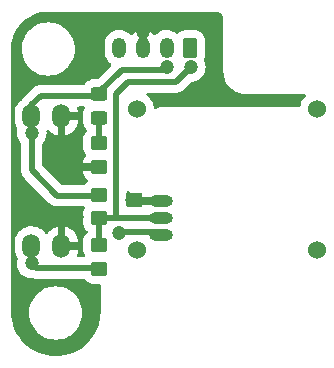
<source format=gbr>
G04 #@! TF.GenerationSoftware,KiCad,Pcbnew,5.99.0-unknown-bf85ddd577~142~ubuntu20.04.1*
G04 #@! TF.CreationDate,2021-11-07T09:16:22-05:00*
G04 #@! TF.ProjectId,microTouch,6d696372-6f54-46f7-9563-682e6b696361,rev?*
G04 #@! TF.SameCoordinates,Original*
G04 #@! TF.FileFunction,Copper,L1,Top*
G04 #@! TF.FilePolarity,Positive*
%FSLAX46Y46*%
G04 Gerber Fmt 4.6, Leading zero omitted, Abs format (unit mm)*
G04 Created by KiCad (PCBNEW 5.99.0-unknown-bf85ddd577~142~ubuntu20.04.1) date 2021-11-07 09:16:22*
%MOMM*%
%LPD*%
G01*
G04 APERTURE LIST*
G04 Aperture macros list*
%AMRoundRect*
0 Rectangle with rounded corners*
0 $1 Rounding radius*
0 $2 $3 $4 $5 $6 $7 $8 $9 X,Y pos of 4 corners*
0 Add a 4 corners polygon primitive as box body*
4,1,4,$2,$3,$4,$5,$6,$7,$8,$9,$2,$3,0*
0 Add four circle primitives for the rounded corners*
1,1,$1+$1,$2,$3*
1,1,$1+$1,$4,$5*
1,1,$1+$1,$6,$7*
1,1,$1+$1,$8,$9*
0 Add four rect primitives between the rounded corners*
20,1,$1+$1,$2,$3,$4,$5,0*
20,1,$1+$1,$4,$5,$6,$7,0*
20,1,$1+$1,$6,$7,$8,$9,0*
20,1,$1+$1,$8,$9,$2,$3,0*%
G04 Aperture macros list end*
G04 #@! TA.AperFunction,SMDPad,CuDef*
%ADD10RoundRect,0.250000X-0.450000X0.350000X-0.450000X-0.350000X0.450000X-0.350000X0.450000X0.350000X0*%
G04 #@! TD*
G04 #@! TA.AperFunction,SMDPad,CuDef*
%ADD11RoundRect,0.250000X0.450000X-0.325000X0.450000X0.325000X-0.450000X0.325000X-0.450000X-0.325000X0*%
G04 #@! TD*
G04 #@! TA.AperFunction,WasherPad*
%ADD12C,1.524000*%
G04 #@! TD*
G04 #@! TA.AperFunction,ComponentPad*
%ADD13O,2.000000X1.000000*%
G04 #@! TD*
G04 #@! TA.AperFunction,ComponentPad*
%ADD14RoundRect,0.250000X0.350000X0.625000X-0.350000X0.625000X-0.350000X-0.625000X0.350000X-0.625000X0*%
G04 #@! TD*
G04 #@! TA.AperFunction,ComponentPad*
%ADD15O,1.200000X1.750000*%
G04 #@! TD*
G04 #@! TA.AperFunction,ComponentPad*
%ADD16O,1.524000X2.000000*%
G04 #@! TD*
G04 #@! TA.AperFunction,ViaPad*
%ADD17C,1.200000*%
G04 #@! TD*
G04 #@! TA.AperFunction,Conductor*
%ADD18C,0.500000*%
G04 #@! TD*
G04 APERTURE END LIST*
D10*
G04 #@! TO.P,R3,1*
G04 #@! TO.N,Net-(D1-Pad1)*
X106553000Y-98163500D03*
G04 #@! TO.P,R3,2*
G04 #@! TO.N,GND*
X106553000Y-100163500D03*
G04 #@! TD*
G04 #@! TO.P,R2,1*
G04 #@! TO.N,/SIG*
X106553000Y-102505000D03*
G04 #@! TO.P,R2,2*
G04 #@! TO.N,/VCC*
X106553000Y-104505000D03*
G04 #@! TD*
G04 #@! TO.P,R1,1*
G04 #@! TO.N,/VCC*
X106553000Y-106799500D03*
G04 #@! TO.P,R1,2*
G04 #@! TO.N,Net-(R1-Pad2)*
X106553000Y-108799500D03*
G04 #@! TD*
D11*
G04 #@! TO.P,D1,1,K*
G04 #@! TO.N,Net-(D1-Pad1)*
X106553000Y-96021000D03*
G04 #@! TO.P,D1,2,A*
G04 #@! TO.N,/SIG*
X106553000Y-93971000D03*
G04 #@! TD*
D12*
G04 #@! TO.P,J1,*
G04 #@! TO.N,*
X109749000Y-107219000D03*
X124989000Y-107219000D03*
X124989000Y-95219000D03*
X109749000Y-95219000D03*
D13*
G04 #@! TO.P,J1,1,Pin_1*
G04 #@! TO.N,/SERVO*
X111749000Y-105919000D03*
G04 #@! TO.P,J1,2,Pin_2*
G04 #@! TO.N,/VCC*
X111749000Y-104469000D03*
G04 #@! TO.P,J1,3,Pin_3*
G04 #@! TO.N,GND*
X111749000Y-103019000D03*
G04 #@! TD*
D14*
G04 #@! TO.P,J2,1,Pin_1*
G04 #@! TO.N,/VCC*
X114252000Y-90085000D03*
D15*
G04 #@! TO.P,J2,2,Pin_2*
G04 #@! TO.N,/SIG*
X112252000Y-90085000D03*
G04 #@! TO.P,J2,3,Pin_3*
G04 #@! TO.N,GND*
X110252000Y-90085000D03*
G04 #@! TO.P,J2,4,Pin_4*
G04 #@! TO.N,/SERVO*
X108252000Y-90085000D03*
G04 #@! TD*
D16*
G04 #@! TO.P,U1,4,E*
G04 #@! TO.N,GND*
X103358000Y-95866000D03*
G04 #@! TO.P,U1,3,C*
G04 #@! TO.N,/SIG*
X100818000Y-95866000D03*
G04 #@! TO.P,U1,2,A*
G04 #@! TO.N,Net-(R1-Pad2)*
X100818000Y-106826000D03*
G04 #@! TO.P,U1,1,K*
G04 #@! TO.N,GND*
X103358000Y-106826000D03*
G04 #@! TD*
D17*
G04 #@! TO.N,Net-(R1-Pad2)*
X100838000Y-108331000D03*
G04 #@! TO.N,GND*
X110236000Y-88773000D03*
X104648000Y-104394000D03*
X109347000Y-102997000D03*
X103378000Y-98044000D03*
G04 #@! TO.N,/VCC*
X114300000Y-91694000D03*
G04 #@! TO.N,/SIG*
X112268000Y-91694000D03*
G04 #@! TO.N,/SERVO*
X108204000Y-105791000D03*
G04 #@! TO.N,/SIG*
X100838000Y-97282000D03*
G04 #@! TD*
D18*
G04 #@! TO.N,Net-(R1-Pad2)*
X100838000Y-108331000D02*
X101219000Y-108712000D01*
X101219000Y-108712000D02*
X106553000Y-108712000D01*
G04 #@! TO.N,/SIG*
X100838000Y-97282000D02*
X100838000Y-100457000D01*
X100838000Y-100457000D02*
X102973500Y-102592500D01*
X102973500Y-102592500D02*
X106553000Y-102592500D01*
X100818000Y-96266000D02*
X100818000Y-94889000D01*
X100818000Y-94889000D02*
X101586000Y-94121000D01*
X101586000Y-94121000D02*
X106553000Y-94121000D01*
X108458000Y-91948000D02*
X112014000Y-91948000D01*
X112014000Y-91948000D02*
X112268000Y-91694000D01*
X106553000Y-94121000D02*
X106553000Y-93853000D01*
X106553000Y-93853000D02*
X108458000Y-91948000D01*
G04 #@! TO.N,/SERVO*
X108204000Y-105791000D02*
X108331000Y-105664000D01*
X108331000Y-105664000D02*
X111494000Y-105664000D01*
X111494000Y-105664000D02*
X111749000Y-105919000D01*
G04 #@! TO.N,/VCC*
X114300000Y-91694000D02*
X113030000Y-92964000D01*
X113030000Y-92964000D02*
X108966000Y-92964000D01*
X107950000Y-104394000D02*
X107875000Y-104469000D01*
X108966000Y-92964000D02*
X107950000Y-93980000D01*
X107950000Y-93980000D02*
X107950000Y-104394000D01*
X111749000Y-104469000D02*
X106501500Y-104469000D01*
X106501500Y-104469000D02*
X106553000Y-104520500D01*
X106553000Y-104520500D02*
X106553000Y-106887000D01*
G04 #@! TO.N,Net-(D1-Pad1)*
X106553000Y-98251000D02*
X106553000Y-95871000D01*
G04 #@! TD*
G04 #@! TA.AperFunction,Conductor*
G04 #@! TO.N,GND*
G36*
X116415317Y-87011078D02*
G01*
X116435587Y-87013747D01*
X116435591Y-87013747D01*
X116443118Y-87014738D01*
X116453852Y-87013553D01*
X116481782Y-87013584D01*
X116539815Y-87020123D01*
X116573833Y-87023956D01*
X116601335Y-87030233D01*
X116705587Y-87066712D01*
X116731001Y-87078951D01*
X116815430Y-87132001D01*
X116824519Y-87137712D01*
X116846578Y-87155304D01*
X116924670Y-87233396D01*
X116942262Y-87255455D01*
X117001022Y-87348971D01*
X117013262Y-87374387D01*
X117049740Y-87478635D01*
X117056018Y-87506140D01*
X117065650Y-87591620D01*
X117065493Y-87608004D01*
X117066307Y-87608013D01*
X117066228Y-87615611D01*
X117065236Y-87623142D01*
X117066070Y-87630692D01*
X117069213Y-87659165D01*
X117069974Y-87672992D01*
X117069974Y-92019832D01*
X117068717Y-92037586D01*
X117065344Y-92061286D01*
X117065200Y-92074999D01*
X117065696Y-92079095D01*
X117065696Y-92079099D01*
X117066211Y-92083350D01*
X117066854Y-92090251D01*
X117081693Y-92316657D01*
X117082315Y-92326148D01*
X117083117Y-92330181D01*
X117083118Y-92330187D01*
X117130611Y-92568949D01*
X117131417Y-92572999D01*
X117132744Y-92576908D01*
X117132745Y-92576912D01*
X117177446Y-92708596D01*
X117212319Y-92811329D01*
X117214143Y-92815027D01*
X117310724Y-93010874D01*
X117323637Y-93037060D01*
X117463467Y-93246330D01*
X117629415Y-93435559D01*
X117818644Y-93601507D01*
X118027914Y-93741337D01*
X118031613Y-93743161D01*
X118031618Y-93743164D01*
X118122292Y-93787879D01*
X118253645Y-93852655D01*
X118257550Y-93853980D01*
X118257551Y-93853981D01*
X118488062Y-93932229D01*
X118488066Y-93932230D01*
X118491975Y-93933557D01*
X118496019Y-93934361D01*
X118496025Y-93934363D01*
X118734787Y-93981856D01*
X118734793Y-93981857D01*
X118738826Y-93982659D01*
X118742931Y-93982928D01*
X118742938Y-93982929D01*
X118829573Y-93988607D01*
X118899801Y-93993210D01*
X118901537Y-93993377D01*
X118907860Y-93995000D01*
X118922988Y-93995000D01*
X118931228Y-93995270D01*
X118939022Y-93995781D01*
X118953144Y-93996706D01*
X118962643Y-93997692D01*
X118976262Y-93999630D01*
X118982925Y-93999700D01*
X118985842Y-93999731D01*
X118985848Y-93999731D01*
X118989975Y-93999774D01*
X119021879Y-93995913D01*
X119037018Y-93995000D01*
X123910132Y-93995000D01*
X123978253Y-94015002D01*
X124024746Y-94068658D01*
X124034850Y-94138932D01*
X124001226Y-94208050D01*
X123887519Y-94327038D01*
X123884605Y-94331310D01*
X123884604Y-94331311D01*
X123843884Y-94391005D01*
X123756629Y-94518916D01*
X123658835Y-94729595D01*
X123596764Y-94953417D01*
X123593121Y-94987511D01*
X123592279Y-94995388D01*
X123565152Y-95060998D01*
X123506860Y-95101526D01*
X123466992Y-95108000D01*
X111782715Y-95108000D01*
X111775343Y-95107784D01*
X111766561Y-95107269D01*
X111716053Y-95104309D01*
X111708273Y-95105828D01*
X111708270Y-95105828D01*
X111661034Y-95115050D01*
X111652684Y-95116391D01*
X111604932Y-95122423D01*
X111604929Y-95122424D01*
X111597067Y-95123417D01*
X111589697Y-95126335D01*
X111587361Y-95127260D01*
X111565118Y-95133775D01*
X111562643Y-95134258D01*
X111562642Y-95134258D01*
X111554868Y-95135776D01*
X111547712Y-95139181D01*
X111547709Y-95139182D01*
X111504252Y-95159859D01*
X111496501Y-95163233D01*
X111451744Y-95180954D01*
X111451739Y-95180957D01*
X111444371Y-95183874D01*
X111435924Y-95190012D01*
X111415997Y-95201853D01*
X111406572Y-95206338D01*
X111367203Y-95239193D01*
X111302090Y-95267482D01*
X111232015Y-95256078D01*
X111179230Y-95208598D01*
X111160897Y-95152779D01*
X111151080Y-95033382D01*
X111147309Y-94987511D01*
X111090725Y-94762240D01*
X111088668Y-94757510D01*
X111088666Y-94757503D01*
X111000168Y-94553971D01*
X111000166Y-94553968D01*
X110998108Y-94549234D01*
X110891912Y-94385080D01*
X110874755Y-94358559D01*
X110874753Y-94358556D01*
X110871945Y-94354216D01*
X110843815Y-94323301D01*
X110719102Y-94186244D01*
X110719100Y-94186243D01*
X110715624Y-94182422D01*
X110711573Y-94179223D01*
X110711569Y-94179219D01*
X110597815Y-94089382D01*
X110556752Y-94031465D01*
X110553520Y-93960542D01*
X110589145Y-93899130D01*
X110652317Y-93866728D01*
X110675907Y-93864500D01*
X112949213Y-93864500D01*
X112968923Y-93866051D01*
X112982612Y-93868219D01*
X112989200Y-93867874D01*
X112989204Y-93867874D01*
X113050280Y-93864673D01*
X113056874Y-93864500D01*
X113077192Y-93864500D01*
X113080459Y-93864157D01*
X113080470Y-93864156D01*
X113097400Y-93862376D01*
X113103966Y-93861859D01*
X113133627Y-93860305D01*
X113165052Y-93858659D01*
X113165057Y-93858658D01*
X113171646Y-93858313D01*
X113185037Y-93854725D01*
X113204479Y-93851122D01*
X113211693Y-93850364D01*
X113211695Y-93850364D01*
X113218256Y-93849674D01*
X113224533Y-93847634D01*
X113224535Y-93847634D01*
X113282701Y-93828735D01*
X113289025Y-93826862D01*
X113348109Y-93811030D01*
X113348115Y-93811028D01*
X113354488Y-93809320D01*
X113360367Y-93806324D01*
X113360371Y-93806323D01*
X113366840Y-93803027D01*
X113385097Y-93795464D01*
X113386453Y-93795023D01*
X113398284Y-93791179D01*
X113404000Y-93787879D01*
X113456971Y-93757297D01*
X113462766Y-93754151D01*
X113517266Y-93726381D01*
X113517269Y-93726379D01*
X113523149Y-93723383D01*
X113533920Y-93714661D01*
X113550209Y-93703466D01*
X113562216Y-93696533D01*
X113612580Y-93651185D01*
X113617596Y-93646901D01*
X113630816Y-93636195D01*
X113633380Y-93634119D01*
X113647729Y-93619770D01*
X113652513Y-93615229D01*
X113697985Y-93574286D01*
X113697986Y-93574284D01*
X113702888Y-93569871D01*
X113711041Y-93558649D01*
X113723878Y-93543621D01*
X114287540Y-92979959D01*
X114349852Y-92945933D01*
X114365651Y-92943533D01*
X114517977Y-92930207D01*
X114691842Y-92883620D01*
X114724020Y-92874998D01*
X114724022Y-92874997D01*
X114729330Y-92873575D01*
X114734312Y-92871252D01*
X114922652Y-92783428D01*
X114922657Y-92783425D01*
X114927639Y-92781102D01*
X114967513Y-92753182D01*
X115102366Y-92658757D01*
X115102369Y-92658755D01*
X115106877Y-92655598D01*
X115261598Y-92500877D01*
X115387102Y-92321638D01*
X115479575Y-92123330D01*
X115489367Y-92086788D01*
X115507307Y-92019832D01*
X115536207Y-91911977D01*
X115555277Y-91694000D01*
X115536207Y-91476023D01*
X115479575Y-91264670D01*
X115434089Y-91167125D01*
X115423428Y-91096933D01*
X115436017Y-91056673D01*
X115444322Y-91040372D01*
X115447320Y-91034488D01*
X115449028Y-91028114D01*
X115494818Y-90857223D01*
X115494819Y-90857217D01*
X115496312Y-90851645D01*
X115500562Y-90797651D01*
X115502307Y-90775477D01*
X115502307Y-90775470D01*
X115502500Y-90773021D01*
X115502499Y-89396980D01*
X115496312Y-89318355D01*
X115447320Y-89135512D01*
X115401732Y-89046040D01*
X115364380Y-88972732D01*
X115364378Y-88972729D01*
X115361383Y-88966851D01*
X115357230Y-88961722D01*
X115357227Y-88961718D01*
X115246412Y-88824874D01*
X115242257Y-88819743D01*
X115153357Y-88747753D01*
X115100282Y-88704773D01*
X115100278Y-88704770D01*
X115095149Y-88700617D01*
X115089271Y-88697622D01*
X115089268Y-88697620D01*
X115012334Y-88658420D01*
X114926488Y-88614680D01*
X114920114Y-88612972D01*
X114749223Y-88567182D01*
X114749217Y-88567181D01*
X114743645Y-88565688D01*
X114733747Y-88564909D01*
X114667477Y-88559693D01*
X114667470Y-88559693D01*
X114665021Y-88559500D01*
X114252168Y-88559500D01*
X113838980Y-88559501D01*
X113790057Y-88563351D01*
X113766109Y-88565235D01*
X113766107Y-88565235D01*
X113760355Y-88565688D01*
X113702429Y-88581209D01*
X113604850Y-88607355D01*
X113577512Y-88614680D01*
X113491666Y-88658420D01*
X113414732Y-88697620D01*
X113414729Y-88697622D01*
X113408851Y-88700617D01*
X113403722Y-88704770D01*
X113403718Y-88704773D01*
X113350643Y-88747753D01*
X113261743Y-88819743D01*
X113252527Y-88831124D01*
X113245290Y-88840061D01*
X113186876Y-88880412D01*
X113115918Y-88882776D01*
X113059685Y-88851247D01*
X113046180Y-88838159D01*
X113046172Y-88838153D01*
X113042146Y-88834251D01*
X112856868Y-88709750D01*
X112836063Y-88700617D01*
X112715102Y-88647519D01*
X112652471Y-88620026D01*
X112647023Y-88618718D01*
X112647017Y-88618716D01*
X112440872Y-88569225D01*
X112440871Y-88569225D01*
X112435415Y-88567915D01*
X112351197Y-88563059D01*
X112218169Y-88555389D01*
X112218166Y-88555389D01*
X112212562Y-88555066D01*
X111990956Y-88581883D01*
X111777600Y-88647519D01*
X111579241Y-88749901D01*
X111574799Y-88753310D01*
X111574795Y-88753312D01*
X111411213Y-88878833D01*
X111402146Y-88885790D01*
X111398376Y-88889933D01*
X111398371Y-88889938D01*
X111345545Y-88947993D01*
X111284905Y-88984916D01*
X111213929Y-88983193D01*
X111164666Y-88953678D01*
X111045858Y-88838544D01*
X111037176Y-88831514D01*
X110861279Y-88713316D01*
X110851490Y-88707935D01*
X110657447Y-88622755D01*
X110646859Y-88619192D01*
X110594617Y-88606650D01*
X110580531Y-88607355D01*
X110577000Y-88616235D01*
X110577000Y-90284000D01*
X110556998Y-90352121D01*
X110503342Y-90398614D01*
X110451000Y-90410000D01*
X110053000Y-90410000D01*
X109984879Y-90389998D01*
X109938386Y-90336342D01*
X109927000Y-90284000D01*
X109927000Y-88620196D01*
X109923027Y-88606665D01*
X109915579Y-88605594D01*
X109783152Y-88646335D01*
X109772807Y-88650556D01*
X109584493Y-88747753D01*
X109575062Y-88753738D01*
X109406929Y-88882750D01*
X109398712Y-88890306D01*
X109346240Y-88947972D01*
X109285600Y-88984894D01*
X109214624Y-88983171D01*
X109165362Y-88953656D01*
X109046174Y-88838154D01*
X109046171Y-88838152D01*
X109042146Y-88834251D01*
X108856868Y-88709750D01*
X108836063Y-88700617D01*
X108715102Y-88647519D01*
X108652471Y-88620026D01*
X108647023Y-88618718D01*
X108647017Y-88618716D01*
X108440872Y-88569225D01*
X108440871Y-88569225D01*
X108435415Y-88567915D01*
X108351197Y-88563059D01*
X108218169Y-88555389D01*
X108218166Y-88555389D01*
X108212562Y-88555066D01*
X107990956Y-88581883D01*
X107777600Y-88647519D01*
X107579241Y-88749901D01*
X107574799Y-88753310D01*
X107574795Y-88753312D01*
X107411213Y-88878833D01*
X107402146Y-88885790D01*
X107251914Y-89050893D01*
X107133293Y-89239990D01*
X107050034Y-89447105D01*
X107048897Y-89452593D01*
X107048896Y-89452598D01*
X107020926Y-89587661D01*
X107004767Y-89665690D01*
X107001500Y-89722349D01*
X107001500Y-90416630D01*
X107001749Y-90419417D01*
X107001749Y-90419423D01*
X107006122Y-90468423D01*
X107016289Y-90582339D01*
X107075192Y-90797651D01*
X107171292Y-90999129D01*
X107301552Y-91180405D01*
X107461854Y-91335749D01*
X107466505Y-91338874D01*
X107466512Y-91338880D01*
X107535061Y-91384942D01*
X107580447Y-91439538D01*
X107589111Y-91510004D01*
X107553881Y-91578619D01*
X106423905Y-92708596D01*
X106361593Y-92742621D01*
X106334810Y-92745501D01*
X106039980Y-92745501D01*
X105991057Y-92749351D01*
X105967109Y-92751235D01*
X105967107Y-92751235D01*
X105961355Y-92751688D01*
X105778512Y-92800680D01*
X105692666Y-92844420D01*
X105615732Y-92883620D01*
X105615729Y-92883622D01*
X105609851Y-92886617D01*
X105604722Y-92890770D01*
X105604718Y-92890773D01*
X105470427Y-92999521D01*
X105462743Y-93005743D01*
X105343617Y-93152851D01*
X105340620Y-93158733D01*
X105337767Y-93163126D01*
X105283890Y-93209362D01*
X105232096Y-93220500D01*
X101666787Y-93220500D01*
X101647076Y-93218949D01*
X101639904Y-93217813D01*
X101633388Y-93216781D01*
X101626800Y-93217126D01*
X101626796Y-93217126D01*
X101565720Y-93220327D01*
X101559126Y-93220500D01*
X101538808Y-93220500D01*
X101535541Y-93220843D01*
X101535530Y-93220844D01*
X101518600Y-93222624D01*
X101512034Y-93223141D01*
X101482373Y-93224695D01*
X101450948Y-93226341D01*
X101450943Y-93226342D01*
X101444354Y-93226687D01*
X101430963Y-93230275D01*
X101411521Y-93233878D01*
X101404307Y-93234636D01*
X101404305Y-93234636D01*
X101397744Y-93235326D01*
X101391467Y-93237366D01*
X101391465Y-93237366D01*
X101333299Y-93256265D01*
X101326975Y-93258138D01*
X101267891Y-93273970D01*
X101267885Y-93273972D01*
X101261512Y-93275680D01*
X101255633Y-93278676D01*
X101255629Y-93278677D01*
X101249160Y-93281973D01*
X101230903Y-93289536D01*
X101217716Y-93293821D01*
X101212001Y-93297121D01*
X101212000Y-93297121D01*
X101159029Y-93327703D01*
X101153234Y-93330849D01*
X101098734Y-93358619D01*
X101098731Y-93358621D01*
X101092851Y-93361617D01*
X101087722Y-93365771D01*
X101087721Y-93365771D01*
X101082080Y-93370339D01*
X101065791Y-93381534D01*
X101053784Y-93388467D01*
X101048874Y-93392888D01*
X101003420Y-93433815D01*
X100998404Y-93438099D01*
X100998187Y-93438275D01*
X100982620Y-93450881D01*
X100968271Y-93465230D01*
X100963487Y-93469771D01*
X100913112Y-93515129D01*
X100904959Y-93526351D01*
X100892122Y-93541379D01*
X100238379Y-94195122D01*
X100223351Y-94207959D01*
X100212129Y-94216112D01*
X100207716Y-94221014D01*
X100207714Y-94221015D01*
X100166771Y-94266487D01*
X100162230Y-94271271D01*
X100147881Y-94285620D01*
X100145805Y-94288184D01*
X100135099Y-94301404D01*
X100130815Y-94306420D01*
X100108403Y-94331311D01*
X100085467Y-94356784D01*
X100078534Y-94368791D01*
X100067339Y-94385080D01*
X100058617Y-94395851D01*
X100055623Y-94401726D01*
X100055619Y-94401733D01*
X100044865Y-94422840D01*
X99997964Y-94473356D01*
X99989078Y-94478749D01*
X99982751Y-94482588D01*
X99978723Y-94486083D01*
X99978722Y-94486084D01*
X99900490Y-94553971D01*
X99801703Y-94639694D01*
X99798320Y-94643820D01*
X99798316Y-94643824D01*
X99653097Y-94820931D01*
X99653093Y-94820937D01*
X99649713Y-94825059D01*
X99531128Y-95033382D01*
X99449339Y-95258707D01*
X99448390Y-95263956D01*
X99448389Y-95263959D01*
X99442339Y-95297416D01*
X99406684Y-95494591D01*
X99406489Y-95498730D01*
X99406488Y-95498737D01*
X99405570Y-95518210D01*
X99405500Y-95519699D01*
X99405500Y-96164187D01*
X99405725Y-96166836D01*
X99419790Y-96332596D01*
X99420660Y-96342852D01*
X99421998Y-96348007D01*
X99421999Y-96348013D01*
X99479539Y-96569705D01*
X99480881Y-96574874D01*
X99483073Y-96579740D01*
X99483074Y-96579743D01*
X99523952Y-96670488D01*
X99579334Y-96793432D01*
X99582318Y-96797865D01*
X99582319Y-96797866D01*
X99615231Y-96846752D01*
X99636682Y-96914431D01*
X99632418Y-96949728D01*
X99601793Y-97064023D01*
X99582723Y-97282000D01*
X99601793Y-97499977D01*
X99658425Y-97711330D01*
X99660747Y-97716310D01*
X99660748Y-97716312D01*
X99676681Y-97750479D01*
X99750898Y-97909638D01*
X99876402Y-98088877D01*
X99900595Y-98113070D01*
X99934621Y-98175382D01*
X99937500Y-98202165D01*
X99937500Y-100376213D01*
X99935949Y-100395923D01*
X99933781Y-100409612D01*
X99934126Y-100416200D01*
X99934126Y-100416204D01*
X99937327Y-100477280D01*
X99937500Y-100483874D01*
X99937500Y-100504192D01*
X99937843Y-100507459D01*
X99937844Y-100507470D01*
X99939624Y-100524400D01*
X99940141Y-100530966D01*
X99943687Y-100598646D01*
X99947274Y-100612031D01*
X99950878Y-100631479D01*
X99952326Y-100645256D01*
X99954366Y-100651533D01*
X99954366Y-100651535D01*
X99973265Y-100709701D01*
X99975138Y-100716025D01*
X99990970Y-100775109D01*
X99990972Y-100775115D01*
X99992680Y-100781488D01*
X99995676Y-100787367D01*
X99995677Y-100787371D01*
X99998973Y-100793840D01*
X100006536Y-100812097D01*
X100010821Y-100825284D01*
X100014121Y-100830999D01*
X100014121Y-100831000D01*
X100044703Y-100883971D01*
X100047849Y-100889766D01*
X100075619Y-100944266D01*
X100078617Y-100950149D01*
X100082771Y-100955278D01*
X100082771Y-100955279D01*
X100087339Y-100960920D01*
X100098534Y-100977209D01*
X100105467Y-100989216D01*
X100109888Y-100994126D01*
X100150815Y-101039580D01*
X100155099Y-101044596D01*
X100167881Y-101060380D01*
X100182230Y-101074729D01*
X100186771Y-101079513D01*
X100221283Y-101117842D01*
X100232129Y-101129888D01*
X100243351Y-101138041D01*
X100258379Y-101150878D01*
X102279622Y-103172121D01*
X102292459Y-103187149D01*
X102300612Y-103198371D01*
X102305514Y-103202784D01*
X102305515Y-103202786D01*
X102350987Y-103243729D01*
X102355771Y-103248270D01*
X102370120Y-103262619D01*
X102372684Y-103264695D01*
X102385904Y-103275401D01*
X102390920Y-103279685D01*
X102441284Y-103325033D01*
X102453291Y-103331966D01*
X102469580Y-103343161D01*
X102480351Y-103351883D01*
X102486231Y-103354879D01*
X102486234Y-103354881D01*
X102540734Y-103382651D01*
X102546529Y-103385797D01*
X102569206Y-103398889D01*
X102605216Y-103419679D01*
X102617047Y-103423523D01*
X102618403Y-103423964D01*
X102636660Y-103431527D01*
X102643129Y-103434823D01*
X102643133Y-103434824D01*
X102649012Y-103437820D01*
X102655385Y-103439528D01*
X102655391Y-103439530D01*
X102714475Y-103455362D01*
X102720799Y-103457235D01*
X102778965Y-103476134D01*
X102778967Y-103476134D01*
X102785244Y-103478174D01*
X102791805Y-103478864D01*
X102791807Y-103478864D01*
X102799021Y-103479622D01*
X102818463Y-103483225D01*
X102831854Y-103486813D01*
X102838443Y-103487158D01*
X102838448Y-103487159D01*
X102869873Y-103488805D01*
X102899534Y-103490359D01*
X102906100Y-103490876D01*
X102923030Y-103492656D01*
X102923041Y-103492657D01*
X102926308Y-103493000D01*
X102946626Y-103493000D01*
X102953220Y-103493173D01*
X103014296Y-103496374D01*
X103014300Y-103496374D01*
X103020888Y-103496719D01*
X103034577Y-103494551D01*
X103054287Y-103493000D01*
X105224037Y-103493000D01*
X105292158Y-103513002D01*
X105338651Y-103566658D01*
X105348755Y-103636932D01*
X105336304Y-103676203D01*
X105257680Y-103830512D01*
X105255972Y-103836885D01*
X105255972Y-103836886D01*
X105210182Y-104007777D01*
X105210181Y-104007783D01*
X105208688Y-104013355D01*
X105202500Y-104091979D01*
X105202501Y-104918020D01*
X105208688Y-104996645D01*
X105257680Y-105179488D01*
X105279476Y-105222265D01*
X105330015Y-105321453D01*
X105343617Y-105348149D01*
X105347770Y-105353278D01*
X105347773Y-105353282D01*
X105374915Y-105386799D01*
X105462743Y-105495257D01*
X105467874Y-105499412D01*
X105535692Y-105554330D01*
X105576044Y-105612744D01*
X105578410Y-105683701D01*
X105542037Y-105744673D01*
X105535693Y-105750169D01*
X105462743Y-105809243D01*
X105458588Y-105814374D01*
X105347773Y-105951218D01*
X105347770Y-105951222D01*
X105343617Y-105956351D01*
X105340622Y-105962229D01*
X105340620Y-105962232D01*
X105301420Y-106039166D01*
X105257680Y-106125012D01*
X105255972Y-106131385D01*
X105255972Y-106131386D01*
X105210182Y-106302277D01*
X105210181Y-106302283D01*
X105208688Y-106307855D01*
X105208235Y-106313611D01*
X105205838Y-106344072D01*
X105202500Y-106386479D01*
X105202501Y-107212520D01*
X105208688Y-107291145D01*
X105257680Y-107473988D01*
X105260676Y-107479868D01*
X105336304Y-107628297D01*
X105349408Y-107698074D01*
X105322708Y-107763859D01*
X105264680Y-107804765D01*
X105224037Y-107811500D01*
X104768626Y-107811500D01*
X104700505Y-107791498D01*
X104654012Y-107737842D01*
X104643908Y-107667568D01*
X104650187Y-107642509D01*
X104724355Y-107438178D01*
X104727126Y-107427910D01*
X104768077Y-107201445D01*
X104769012Y-107193215D01*
X104769930Y-107173742D01*
X104770000Y-107170767D01*
X104770000Y-107169115D01*
X104765525Y-107153876D01*
X104764135Y-107152671D01*
X104756452Y-107151000D01*
X103159000Y-107151000D01*
X103090879Y-107130998D01*
X103044386Y-107077342D01*
X103033000Y-107025000D01*
X103033000Y-106482885D01*
X103683000Y-106482885D01*
X103687475Y-106498124D01*
X103688865Y-106499329D01*
X103696548Y-106501000D01*
X104749608Y-106501000D01*
X104764286Y-106496690D01*
X104766349Y-106484807D01*
X104755296Y-106354544D01*
X104753506Y-106344072D01*
X104695988Y-106122464D01*
X104692452Y-106112424D01*
X104598417Y-105903673D01*
X104593248Y-105894387D01*
X104465384Y-105704464D01*
X104458723Y-105696178D01*
X104300681Y-105530508D01*
X104292724Y-105523468D01*
X104109034Y-105386799D01*
X104099997Y-105381195D01*
X103895905Y-105277430D01*
X103886054Y-105273430D01*
X103700300Y-105215752D01*
X103686201Y-105215534D01*
X103683000Y-105222265D01*
X103683000Y-106482885D01*
X103033000Y-106482885D01*
X103033000Y-105231528D01*
X103029027Y-105217997D01*
X103018420Y-105216472D01*
X102955997Y-105229570D01*
X102945818Y-105232625D01*
X102732875Y-105316719D01*
X102723339Y-105321453D01*
X102527611Y-105440223D01*
X102519013Y-105446494D01*
X102346100Y-105596540D01*
X102338674Y-105604175D01*
X102193516Y-105781209D01*
X102189389Y-105787215D01*
X102134321Y-105832027D01*
X102063769Y-105839954D01*
X102000130Y-105808478D01*
X101981027Y-105786217D01*
X101962138Y-105758160D01*
X101922795Y-105699722D01*
X101913633Y-105690117D01*
X101761017Y-105530135D01*
X101757335Y-105526275D01*
X101649554Y-105446084D01*
X101569296Y-105386370D01*
X101569293Y-105386368D01*
X101565016Y-105383186D01*
X101433409Y-105316274D01*
X101356094Y-105276965D01*
X101356093Y-105276965D01*
X101351338Y-105274547D01*
X101122410Y-105203463D01*
X101117123Y-105202762D01*
X101117122Y-105202762D01*
X100890062Y-105172667D01*
X100890058Y-105172667D01*
X100884778Y-105171967D01*
X100879449Y-105172167D01*
X100879447Y-105172167D01*
X100765008Y-105176463D01*
X100645237Y-105180960D01*
X100410636Y-105230184D01*
X100405680Y-105232141D01*
X100405674Y-105232143D01*
X100246009Y-105295199D01*
X100187682Y-105318233D01*
X100138382Y-105348149D01*
X99987312Y-105439820D01*
X99987309Y-105439822D01*
X99982751Y-105442588D01*
X99978723Y-105446083D01*
X99978722Y-105446084D01*
X99817574Y-105585922D01*
X99801703Y-105599694D01*
X99798320Y-105603820D01*
X99798316Y-105603824D01*
X99653097Y-105780931D01*
X99653093Y-105780937D01*
X99649713Y-105785059D01*
X99647074Y-105789695D01*
X99647072Y-105789698D01*
X99582194Y-105903673D01*
X99531128Y-105993382D01*
X99449339Y-106218707D01*
X99406684Y-106454591D01*
X99405500Y-106479699D01*
X99405500Y-107124187D01*
X99405725Y-107126836D01*
X99420140Y-107296720D01*
X99420660Y-107302852D01*
X99421998Y-107308007D01*
X99421999Y-107308013D01*
X99475812Y-107515345D01*
X99480881Y-107534874D01*
X99483073Y-107539740D01*
X99483074Y-107539743D01*
X99503123Y-107584249D01*
X99579334Y-107753432D01*
X99616908Y-107809243D01*
X99632289Y-107832089D01*
X99653740Y-107899767D01*
X99649476Y-107935067D01*
X99601793Y-108113023D01*
X99582723Y-108331000D01*
X99601793Y-108548977D01*
X99658425Y-108760330D01*
X99750898Y-108958638D01*
X99876402Y-109137877D01*
X100031123Y-109292598D01*
X100035631Y-109295755D01*
X100035634Y-109295757D01*
X100205852Y-109414945D01*
X100210361Y-109418102D01*
X100215343Y-109420425D01*
X100215348Y-109420428D01*
X100403688Y-109508252D01*
X100408670Y-109510575D01*
X100413978Y-109511997D01*
X100413980Y-109511998D01*
X100479745Y-109529620D01*
X100620023Y-109567207D01*
X100838000Y-109586277D01*
X100936685Y-109577643D01*
X100986600Y-109583331D01*
X101030744Y-109597674D01*
X101044087Y-109599076D01*
X101044533Y-109599123D01*
X101063971Y-109602726D01*
X101065540Y-109603146D01*
X101077354Y-109606312D01*
X101083954Y-109606658D01*
X101083955Y-109606658D01*
X101145011Y-109609858D01*
X101151585Y-109610375D01*
X101168534Y-109612156D01*
X101168536Y-109612156D01*
X101171808Y-109612500D01*
X101192133Y-109612500D01*
X101198727Y-109612673D01*
X101259796Y-109615874D01*
X101259801Y-109615874D01*
X101266388Y-109616219D01*
X101280077Y-109614051D01*
X101299787Y-109612500D01*
X105259105Y-109612500D01*
X105327226Y-109632502D01*
X105357024Y-109659205D01*
X105462743Y-109789757D01*
X105467874Y-109793912D01*
X105604718Y-109904727D01*
X105604722Y-109904730D01*
X105609851Y-109908883D01*
X105615729Y-109911878D01*
X105615732Y-109911880D01*
X105654041Y-109931399D01*
X105778512Y-109994820D01*
X105784885Y-109996528D01*
X105784886Y-109996528D01*
X105955777Y-110042318D01*
X105955783Y-110042319D01*
X105961355Y-110043812D01*
X105967111Y-110044265D01*
X106037523Y-110049807D01*
X106037530Y-110049807D01*
X106039979Y-110050000D01*
X106050661Y-110050000D01*
X106561376Y-110049999D01*
X106629496Y-110070001D01*
X106675989Y-110123656D01*
X106684954Y-110200580D01*
X106677341Y-110238852D01*
X106677072Y-110242963D01*
X106677071Y-110242967D01*
X106666791Y-110399814D01*
X106666623Y-110401563D01*
X106665000Y-110407886D01*
X106665000Y-110423014D01*
X106664730Y-110431254D01*
X106663294Y-110453166D01*
X106662308Y-110462669D01*
X106660370Y-110476288D01*
X106660226Y-110490001D01*
X106660723Y-110494107D01*
X106664087Y-110521906D01*
X106665000Y-110537044D01*
X106665000Y-112343896D01*
X106663922Y-112360342D01*
X106660262Y-112388143D01*
X106661096Y-112395696D01*
X106662672Y-112409978D01*
X106663281Y-112429984D01*
X106647030Y-112760792D01*
X106645819Y-112773093D01*
X106597079Y-113101672D01*
X106592989Y-113129243D01*
X106590580Y-113141358D01*
X106528606Y-113388772D01*
X106503094Y-113490622D01*
X106499505Y-113502454D01*
X106378208Y-113841456D01*
X106373476Y-113852880D01*
X106219537Y-114178356D01*
X106213708Y-114189261D01*
X106028607Y-114498083D01*
X106021737Y-114508364D01*
X105807267Y-114797545D01*
X105799423Y-114807104D01*
X105557627Y-115073884D01*
X105548889Y-115082622D01*
X105286812Y-115320156D01*
X105282104Y-115324423D01*
X105272545Y-115332267D01*
X104983364Y-115546737D01*
X104973083Y-115553607D01*
X104664261Y-115738708D01*
X104653356Y-115744537D01*
X104327880Y-115898476D01*
X104316456Y-115903208D01*
X103977454Y-116024505D01*
X103965624Y-116028094D01*
X103616358Y-116115580D01*
X103604252Y-116117987D01*
X103248093Y-116170819D01*
X103235797Y-116172030D01*
X103072190Y-116180067D01*
X102876182Y-116189696D01*
X102863818Y-116189696D01*
X102667810Y-116180067D01*
X102504203Y-116172030D01*
X102491907Y-116170819D01*
X102135748Y-116117987D01*
X102123642Y-116115580D01*
X101774376Y-116028094D01*
X101762546Y-116024505D01*
X101423544Y-115903208D01*
X101412120Y-115898476D01*
X101086644Y-115744537D01*
X101075739Y-115738708D01*
X100766917Y-115553607D01*
X100756636Y-115546737D01*
X100467455Y-115332267D01*
X100457896Y-115324423D01*
X100453188Y-115320156D01*
X100191111Y-115082622D01*
X100182373Y-115073884D01*
X99940577Y-114807104D01*
X99932733Y-114797545D01*
X99718263Y-114508364D01*
X99711393Y-114498083D01*
X99526292Y-114189261D01*
X99520463Y-114178356D01*
X99366524Y-113852880D01*
X99361792Y-113841456D01*
X99240495Y-113502454D01*
X99236906Y-113490622D01*
X99211394Y-113388772D01*
X99149420Y-113141358D01*
X99147011Y-113129243D01*
X99142922Y-113101672D01*
X99094181Y-112773093D01*
X99092970Y-112760792D01*
X99081239Y-112522000D01*
X100614671Y-112522000D01*
X100614941Y-112526119D01*
X100630323Y-112760792D01*
X100633966Y-112816380D01*
X100691519Y-113105722D01*
X100692845Y-113109628D01*
X100692846Y-113109632D01*
X100703620Y-113141371D01*
X100786348Y-113385077D01*
X100916828Y-113649664D01*
X101080727Y-113894957D01*
X101083441Y-113898051D01*
X101083445Y-113898057D01*
X101272533Y-114113669D01*
X101275242Y-114116758D01*
X101278331Y-114119467D01*
X101493943Y-114308555D01*
X101493949Y-114308559D01*
X101497043Y-114311273D01*
X101500469Y-114313562D01*
X101500474Y-114313566D01*
X101684539Y-114436554D01*
X101742335Y-114475172D01*
X101746034Y-114476996D01*
X101746039Y-114476999D01*
X102003228Y-114603830D01*
X102006923Y-114605652D01*
X102010821Y-114606975D01*
X102010823Y-114606976D01*
X102282368Y-114699154D01*
X102282372Y-114699155D01*
X102286278Y-114700481D01*
X102290322Y-114701285D01*
X102290328Y-114701287D01*
X102571577Y-114757230D01*
X102571580Y-114757230D01*
X102575620Y-114758034D01*
X102579731Y-114758303D01*
X102579735Y-114758304D01*
X102865881Y-114777059D01*
X102870000Y-114777329D01*
X102874119Y-114777059D01*
X103160265Y-114758304D01*
X103160269Y-114758303D01*
X103164380Y-114758034D01*
X103168420Y-114757230D01*
X103168423Y-114757230D01*
X103449672Y-114701287D01*
X103449678Y-114701285D01*
X103453722Y-114700481D01*
X103457628Y-114699155D01*
X103457632Y-114699154D01*
X103729177Y-114606976D01*
X103729179Y-114606975D01*
X103733077Y-114605652D01*
X103736772Y-114603830D01*
X103993961Y-114476999D01*
X103993966Y-114476996D01*
X103997665Y-114475172D01*
X104055461Y-114436554D01*
X104239526Y-114313566D01*
X104239531Y-114313562D01*
X104242957Y-114311273D01*
X104246051Y-114308559D01*
X104246057Y-114308555D01*
X104461669Y-114119467D01*
X104464758Y-114116758D01*
X104467467Y-114113669D01*
X104656555Y-113898057D01*
X104656559Y-113898051D01*
X104659273Y-113894957D01*
X104823172Y-113649664D01*
X104953652Y-113385077D01*
X105036380Y-113141371D01*
X105047154Y-113109632D01*
X105047155Y-113109628D01*
X105048481Y-113105722D01*
X105106034Y-112816380D01*
X105109678Y-112760792D01*
X105125059Y-112526119D01*
X105125329Y-112522000D01*
X105117163Y-112397413D01*
X105106304Y-112231735D01*
X105106303Y-112231731D01*
X105106034Y-112227620D01*
X105048481Y-111938278D01*
X104953652Y-111658923D01*
X104823172Y-111394336D01*
X104659273Y-111149043D01*
X104656559Y-111145949D01*
X104656555Y-111145943D01*
X104467467Y-110930331D01*
X104464758Y-110927242D01*
X104461669Y-110924533D01*
X104246057Y-110735445D01*
X104246051Y-110735441D01*
X104242957Y-110732727D01*
X104239527Y-110730435D01*
X104239526Y-110730434D01*
X104001098Y-110571122D01*
X103997665Y-110568828D01*
X103993966Y-110567004D01*
X103993961Y-110567001D01*
X103736772Y-110440170D01*
X103736770Y-110440169D01*
X103733077Y-110438348D01*
X103623903Y-110401288D01*
X103457632Y-110344846D01*
X103457628Y-110344845D01*
X103453722Y-110343519D01*
X103449678Y-110342715D01*
X103449672Y-110342713D01*
X103168423Y-110286770D01*
X103168420Y-110286770D01*
X103164380Y-110285966D01*
X103160269Y-110285697D01*
X103160265Y-110285696D01*
X102874119Y-110266941D01*
X102870000Y-110266671D01*
X102865881Y-110266941D01*
X102579735Y-110285696D01*
X102579731Y-110285697D01*
X102575620Y-110285966D01*
X102571580Y-110286770D01*
X102571577Y-110286770D01*
X102290328Y-110342713D01*
X102290322Y-110342715D01*
X102286278Y-110343519D01*
X102282372Y-110344845D01*
X102282368Y-110344846D01*
X102116097Y-110401288D01*
X102006923Y-110438348D01*
X102003230Y-110440169D01*
X102003228Y-110440170D01*
X101746040Y-110567001D01*
X101746035Y-110567004D01*
X101742336Y-110568828D01*
X101497043Y-110732727D01*
X101493949Y-110735441D01*
X101493943Y-110735445D01*
X101278331Y-110924533D01*
X101275242Y-110927242D01*
X101272533Y-110930331D01*
X101083445Y-111145943D01*
X101083441Y-111145949D01*
X101080727Y-111149043D01*
X100916828Y-111394336D01*
X100786348Y-111658923D01*
X100691519Y-111938278D01*
X100633966Y-112227620D01*
X100633697Y-112231731D01*
X100633696Y-112231735D01*
X100622837Y-112397413D01*
X100614671Y-112522000D01*
X99081239Y-112522000D01*
X99077280Y-112441399D01*
X99078384Y-112417470D01*
X99079049Y-112412798D01*
X99079049Y-112412792D01*
X99079630Y-112408713D01*
X99079774Y-112395000D01*
X99075913Y-112363095D01*
X99075000Y-112347957D01*
X99075000Y-90221104D01*
X99076078Y-90204658D01*
X99078747Y-90184388D01*
X99078747Y-90184384D01*
X99079738Y-90176857D01*
X99078981Y-90170000D01*
X99979671Y-90170000D01*
X99979941Y-90174119D01*
X99997870Y-90447651D01*
X99998966Y-90464380D01*
X100056519Y-90753722D01*
X100057845Y-90757628D01*
X100057846Y-90757632D01*
X100091653Y-90857223D01*
X100151348Y-91033077D01*
X100153169Y-91036770D01*
X100153170Y-91036772D01*
X100268176Y-91269980D01*
X100281828Y-91297664D01*
X100445727Y-91542957D01*
X100448441Y-91546051D01*
X100448445Y-91546057D01*
X100582990Y-91699475D01*
X100640242Y-91764758D01*
X100643331Y-91767467D01*
X100858943Y-91956555D01*
X100858949Y-91956559D01*
X100862043Y-91959273D01*
X100865469Y-91961562D01*
X100865474Y-91961566D01*
X100981276Y-92038942D01*
X101107335Y-92123172D01*
X101111034Y-92124996D01*
X101111039Y-92124999D01*
X101368228Y-92251830D01*
X101371923Y-92253652D01*
X101375821Y-92254975D01*
X101375823Y-92254976D01*
X101647368Y-92347154D01*
X101647372Y-92347155D01*
X101651278Y-92348481D01*
X101655322Y-92349285D01*
X101655328Y-92349287D01*
X101936577Y-92405230D01*
X101936580Y-92405230D01*
X101940620Y-92406034D01*
X101944731Y-92406303D01*
X101944735Y-92406304D01*
X102230881Y-92425059D01*
X102235000Y-92425329D01*
X102239119Y-92425059D01*
X102525265Y-92406304D01*
X102525269Y-92406303D01*
X102529380Y-92406034D01*
X102533420Y-92405230D01*
X102533423Y-92405230D01*
X102814672Y-92349287D01*
X102814678Y-92349285D01*
X102818722Y-92348481D01*
X102822628Y-92347155D01*
X102822632Y-92347154D01*
X103094177Y-92254976D01*
X103094179Y-92254975D01*
X103098077Y-92253652D01*
X103101772Y-92251830D01*
X103358961Y-92124999D01*
X103358966Y-92124996D01*
X103362665Y-92123172D01*
X103488724Y-92038942D01*
X103604526Y-91961566D01*
X103604531Y-91961562D01*
X103607957Y-91959273D01*
X103611051Y-91956559D01*
X103611057Y-91956555D01*
X103826669Y-91767467D01*
X103829758Y-91764758D01*
X103887010Y-91699475D01*
X104021555Y-91546057D01*
X104021559Y-91546051D01*
X104024273Y-91542957D01*
X104188172Y-91297664D01*
X104201825Y-91269980D01*
X104316830Y-91036772D01*
X104316831Y-91036770D01*
X104318652Y-91033077D01*
X104378347Y-90857223D01*
X104412154Y-90757632D01*
X104412155Y-90757628D01*
X104413481Y-90753722D01*
X104471034Y-90464380D01*
X104472131Y-90447651D01*
X104490059Y-90174119D01*
X104490329Y-90170000D01*
X104471034Y-89875620D01*
X104452196Y-89780915D01*
X104414287Y-89590328D01*
X104414285Y-89590322D01*
X104413481Y-89586278D01*
X104368103Y-89452598D01*
X104319976Y-89310823D01*
X104319975Y-89310821D01*
X104318652Y-89306923D01*
X104237265Y-89141886D01*
X104189999Y-89046040D01*
X104189996Y-89046035D01*
X104188172Y-89042336D01*
X104024273Y-88797043D01*
X104021559Y-88793949D01*
X104021555Y-88793943D01*
X103832467Y-88578331D01*
X103829758Y-88575242D01*
X103811808Y-88559500D01*
X103611057Y-88383445D01*
X103611051Y-88383441D01*
X103607957Y-88380727D01*
X103604527Y-88378435D01*
X103604526Y-88378434D01*
X103366098Y-88219122D01*
X103362665Y-88216828D01*
X103358966Y-88215004D01*
X103358961Y-88215001D01*
X103101772Y-88088170D01*
X103101770Y-88088169D01*
X103098077Y-88086348D01*
X103094177Y-88085024D01*
X102822632Y-87992846D01*
X102822628Y-87992845D01*
X102818722Y-87991519D01*
X102814678Y-87990715D01*
X102814672Y-87990713D01*
X102533423Y-87934770D01*
X102533420Y-87934770D01*
X102529380Y-87933966D01*
X102525269Y-87933697D01*
X102525265Y-87933696D01*
X102239119Y-87914941D01*
X102235000Y-87914671D01*
X102230881Y-87914941D01*
X101944735Y-87933696D01*
X101944731Y-87933697D01*
X101940620Y-87933966D01*
X101936580Y-87934770D01*
X101936577Y-87934770D01*
X101655328Y-87990713D01*
X101655322Y-87990715D01*
X101651278Y-87991519D01*
X101647372Y-87992845D01*
X101647368Y-87992846D01*
X101375823Y-88085024D01*
X101371923Y-88086348D01*
X101368230Y-88088169D01*
X101368228Y-88088170D01*
X101111040Y-88215001D01*
X101111035Y-88215004D01*
X101107336Y-88216828D01*
X100862043Y-88380727D01*
X100858949Y-88383441D01*
X100858943Y-88383445D01*
X100658192Y-88559500D01*
X100640242Y-88575242D01*
X100637533Y-88578331D01*
X100448445Y-88793943D01*
X100448441Y-88793949D01*
X100445727Y-88797043D01*
X100281828Y-89042336D01*
X100280004Y-89046035D01*
X100280001Y-89046040D01*
X100232735Y-89141886D01*
X100151348Y-89306923D01*
X100150025Y-89310821D01*
X100150024Y-89310823D01*
X100101898Y-89452598D01*
X100056519Y-89586278D01*
X100055715Y-89590322D01*
X100055713Y-89590328D01*
X100017804Y-89780915D01*
X99998966Y-89875620D01*
X99979671Y-90170000D01*
X99078981Y-90170000D01*
X99077467Y-90156287D01*
X99077406Y-90155731D01*
X99076818Y-90135311D01*
X99091965Y-89846289D01*
X99093343Y-89833172D01*
X99105983Y-89753370D01*
X99143020Y-89519522D01*
X99145762Y-89506622D01*
X99217206Y-89239990D01*
X99227954Y-89199878D01*
X99232029Y-89187336D01*
X99238350Y-89170871D01*
X99345828Y-88890881D01*
X99351192Y-88878833D01*
X99495363Y-88595880D01*
X99501957Y-88584459D01*
X99674916Y-88318126D01*
X99682664Y-88307463D01*
X99757539Y-88215001D01*
X99882507Y-88060678D01*
X99891332Y-88050877D01*
X100115877Y-87826332D01*
X100125678Y-87817507D01*
X100131533Y-87812766D01*
X100372466Y-87617662D01*
X100383126Y-87609916D01*
X100649464Y-87436954D01*
X100660880Y-87430363D01*
X100943833Y-87286192D01*
X100955881Y-87280828D01*
X101079445Y-87233396D01*
X101252344Y-87167027D01*
X101264880Y-87162953D01*
X101571622Y-87080762D01*
X101584522Y-87078020D01*
X101670512Y-87064401D01*
X101898178Y-87028342D01*
X101911286Y-87026965D01*
X102192791Y-87012212D01*
X102215831Y-87013117D01*
X102220613Y-87013747D01*
X102220616Y-87013747D01*
X102228143Y-87014738D01*
X102264166Y-87010761D01*
X102277993Y-87010000D01*
X116398871Y-87010000D01*
X116415317Y-87011078D01*
G37*
G04 #@! TD.AperFunction*
G04 #@! TA.AperFunction,Conductor*
G36*
X109062753Y-102232484D02*
G01*
X109088903Y-102257040D01*
X109095846Y-102260857D01*
X109095847Y-102260858D01*
X109096584Y-102261263D01*
X109116190Y-102274588D01*
X109116835Y-102275122D01*
X109116842Y-102275126D01*
X109122945Y-102280175D01*
X109175200Y-102304764D01*
X109182213Y-102308338D01*
X109232817Y-102336158D01*
X109240493Y-102338129D01*
X109240496Y-102338130D01*
X109241306Y-102338338D01*
X109263622Y-102346373D01*
X109271543Y-102350100D01*
X109321426Y-102359615D01*
X109328244Y-102360916D01*
X109335972Y-102362643D01*
X109391886Y-102377000D01*
X109400650Y-102377000D01*
X109424258Y-102379232D01*
X109432862Y-102380873D01*
X109490464Y-102377249D01*
X109498375Y-102377000D01*
X110080973Y-102377000D01*
X110149094Y-102397002D01*
X110195587Y-102450658D01*
X110205691Y-102520932D01*
X110198003Y-102549690D01*
X110145107Y-102682273D01*
X110145719Y-102689107D01*
X110160871Y-102694000D01*
X110984000Y-102694000D01*
X111052121Y-102714002D01*
X111098614Y-102767658D01*
X111110000Y-102820000D01*
X111110000Y-103217357D01*
X111089998Y-103285478D01*
X111036342Y-103331971D01*
X111018200Y-103338627D01*
X111015920Y-103339270D01*
X110981720Y-103344000D01*
X110161164Y-103344000D01*
X110147633Y-103347973D01*
X110146759Y-103354056D01*
X110163299Y-103398889D01*
X110168111Y-103469722D01*
X110133864Y-103531912D01*
X110071431Y-103565715D01*
X110045087Y-103568500D01*
X108976500Y-103568500D01*
X108908379Y-103548498D01*
X108861886Y-103494842D01*
X108850500Y-103442500D01*
X108850500Y-102324333D01*
X108870502Y-102256212D01*
X108924158Y-102209719D01*
X108994432Y-102199615D01*
X109062753Y-102232484D01*
G37*
G04 #@! TD.AperFunction*
G04 #@! TA.AperFunction,Conductor*
G36*
X105298527Y-95041502D02*
G01*
X105345020Y-95095158D01*
X105355124Y-95165432D01*
X105342673Y-95204703D01*
X105295434Y-95297416D01*
X105257680Y-95371512D01*
X105255972Y-95377885D01*
X105255972Y-95377886D01*
X105210182Y-95548777D01*
X105210181Y-95548783D01*
X105208688Y-95554355D01*
X105202500Y-95632979D01*
X105202501Y-96409020D01*
X105208688Y-96487645D01*
X105225379Y-96549938D01*
X105248140Y-96634882D01*
X105257680Y-96670488D01*
X105291603Y-96737065D01*
X105331383Y-96815138D01*
X105343617Y-96839149D01*
X105347770Y-96844278D01*
X105347773Y-96844282D01*
X105394527Y-96902018D01*
X105462743Y-96986257D01*
X105467874Y-96990412D01*
X105468117Y-96990655D01*
X105502143Y-97052967D01*
X105497078Y-97123782D01*
X105468117Y-97168845D01*
X105467874Y-97169088D01*
X105462743Y-97173243D01*
X105458588Y-97178374D01*
X105347773Y-97315218D01*
X105347770Y-97315222D01*
X105343617Y-97320351D01*
X105340622Y-97326229D01*
X105340620Y-97326232D01*
X105324247Y-97358367D01*
X105257680Y-97489012D01*
X105255972Y-97495385D01*
X105255972Y-97495386D01*
X105210182Y-97666277D01*
X105210181Y-97666283D01*
X105208688Y-97671855D01*
X105202500Y-97750479D01*
X105202501Y-98576520D01*
X105208688Y-98655145D01*
X105257680Y-98837988D01*
X105343617Y-99006649D01*
X105347770Y-99011778D01*
X105347773Y-99011782D01*
X105406743Y-99084603D01*
X105434069Y-99150130D01*
X105421629Y-99220028D01*
X105406743Y-99243191D01*
X105348197Y-99315490D01*
X105341043Y-99326506D01*
X105261146Y-99483313D01*
X105256442Y-99495566D01*
X105210679Y-99666356D01*
X105208732Y-99677690D01*
X105203193Y-99748062D01*
X105203000Y-99752988D01*
X105203000Y-99820385D01*
X105207475Y-99835624D01*
X105208865Y-99836829D01*
X105216548Y-99838500D01*
X106752000Y-99838500D01*
X106820121Y-99858502D01*
X106866614Y-99912158D01*
X106878000Y-99964500D01*
X106878000Y-100362500D01*
X106857998Y-100430621D01*
X106804342Y-100477114D01*
X106752000Y-100488500D01*
X105221115Y-100488500D01*
X105205876Y-100492975D01*
X105204671Y-100494365D01*
X105203000Y-100502048D01*
X105203000Y-100574013D01*
X105203193Y-100578938D01*
X105208732Y-100649310D01*
X105210679Y-100660644D01*
X105256442Y-100831434D01*
X105261146Y-100843687D01*
X105341043Y-101000494D01*
X105348193Y-101011505D01*
X105458948Y-101148275D01*
X105468229Y-101157556D01*
X105565109Y-101236008D01*
X105605461Y-101294422D01*
X105607827Y-101365379D01*
X105571454Y-101426351D01*
X105565116Y-101431842D01*
X105462743Y-101514743D01*
X105390275Y-101604234D01*
X105357025Y-101645294D01*
X105298611Y-101685646D01*
X105259105Y-101692000D01*
X103398689Y-101692000D01*
X103330568Y-101671998D01*
X103309594Y-101655095D01*
X101775405Y-100120906D01*
X101741379Y-100058594D01*
X101738500Y-100031811D01*
X101738500Y-98202165D01*
X101758502Y-98134044D01*
X101775405Y-98113070D01*
X101799598Y-98088877D01*
X101925102Y-97909638D01*
X101999320Y-97750479D01*
X102015252Y-97716312D01*
X102015253Y-97716310D01*
X102017575Y-97711330D01*
X102074207Y-97499977D01*
X102093277Y-97282000D01*
X102080467Y-97135581D01*
X102094456Y-97065977D01*
X102143856Y-97014984D01*
X102212982Y-96998794D01*
X102279887Y-97022546D01*
X102297158Y-97037628D01*
X102415319Y-97161492D01*
X102423276Y-97168532D01*
X102606966Y-97305201D01*
X102616003Y-97310805D01*
X102820095Y-97414570D01*
X102829946Y-97418570D01*
X103015700Y-97476248D01*
X103029799Y-97476466D01*
X103033000Y-97469735D01*
X103033000Y-97460472D01*
X103683000Y-97460472D01*
X103686973Y-97474003D01*
X103697580Y-97475528D01*
X103760003Y-97462430D01*
X103770182Y-97459375D01*
X103983125Y-97375281D01*
X103992661Y-97370547D01*
X104188389Y-97251777D01*
X104196987Y-97245506D01*
X104369900Y-97095460D01*
X104377326Y-97087825D01*
X104522488Y-96910785D01*
X104528514Y-96902018D01*
X104641773Y-96703051D01*
X104646238Y-96693387D01*
X104724355Y-96478178D01*
X104727126Y-96467910D01*
X104768077Y-96241445D01*
X104769012Y-96233215D01*
X104769930Y-96213742D01*
X104770000Y-96210767D01*
X104770000Y-96209115D01*
X104765525Y-96193876D01*
X104764135Y-96192671D01*
X104756452Y-96191000D01*
X103701115Y-96191000D01*
X103685876Y-96195475D01*
X103684671Y-96196865D01*
X103683000Y-96204548D01*
X103683000Y-97460472D01*
X103033000Y-97460472D01*
X103033000Y-95667000D01*
X103053002Y-95598879D01*
X103106658Y-95552386D01*
X103159000Y-95541000D01*
X104749608Y-95541000D01*
X104764286Y-95536690D01*
X104766349Y-95524807D01*
X104755296Y-95394544D01*
X104753506Y-95384072D01*
X104700320Y-95179154D01*
X104702567Y-95108193D01*
X104742822Y-95049712D01*
X104808304Y-95022277D01*
X104822279Y-95021500D01*
X105230406Y-95021500D01*
X105298527Y-95041502D01*
G37*
G04 #@! TD.AperFunction*
G04 #@! TD*
M02*

</source>
